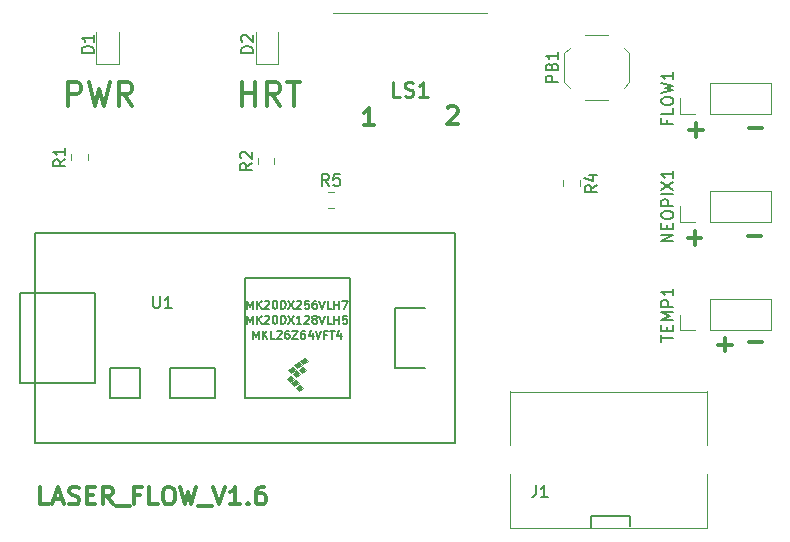
<source format=gbr>
G04 #@! TF.GenerationSoftware,KiCad,Pcbnew,(5.1.4-0-10_14)*
G04 #@! TF.CreationDate,2020-04-29T09:01:47-04:00*
G04 #@! TF.ProjectId,laser_flow,6c617365-725f-4666-9c6f-772e6b696361,rev?*
G04 #@! TF.SameCoordinates,Original*
G04 #@! TF.FileFunction,Legend,Top*
G04 #@! TF.FilePolarity,Positive*
%FSLAX46Y46*%
G04 Gerber Fmt 4.6, Leading zero omitted, Abs format (unit mm)*
G04 Created by KiCad (PCBNEW (5.1.4-0-10_14)) date 2020-04-29 09:01:47*
%MOMM*%
%LPD*%
G04 APERTURE LIST*
%ADD10C,0.300000*%
%ADD11C,0.120000*%
%ADD12C,0.100000*%
%ADD13C,0.150000*%
%ADD14C,0.254000*%
G04 APERTURE END LIST*
D10*
X128971428Y-85721428D02*
X129042857Y-85650000D01*
X129185714Y-85578571D01*
X129542857Y-85578571D01*
X129685714Y-85650000D01*
X129757142Y-85721428D01*
X129828571Y-85864285D01*
X129828571Y-86007142D01*
X129757142Y-86221428D01*
X128900000Y-87078571D01*
X129828571Y-87078571D01*
X149428571Y-87557142D02*
X150571428Y-87557142D01*
X150000000Y-88128571D02*
X150000000Y-86985714D01*
X154478571Y-87407142D02*
X155621428Y-87407142D01*
X149328571Y-96707142D02*
X150471428Y-96707142D01*
X149900000Y-97278571D02*
X149900000Y-96135714D01*
X154378571Y-96557142D02*
X155521428Y-96557142D01*
X154478571Y-105507142D02*
X155621428Y-105507142D01*
X151878571Y-105757142D02*
X153021428Y-105757142D01*
X152450000Y-106328571D02*
X152450000Y-105185714D01*
X95214285Y-119278571D02*
X94500000Y-119278571D01*
X94500000Y-117778571D01*
X95642857Y-118850000D02*
X96357142Y-118850000D01*
X95500000Y-119278571D02*
X96000000Y-117778571D01*
X96500000Y-119278571D01*
X96928571Y-119207142D02*
X97142857Y-119278571D01*
X97500000Y-119278571D01*
X97642857Y-119207142D01*
X97714285Y-119135714D01*
X97785714Y-118992857D01*
X97785714Y-118850000D01*
X97714285Y-118707142D01*
X97642857Y-118635714D01*
X97500000Y-118564285D01*
X97214285Y-118492857D01*
X97071428Y-118421428D01*
X97000000Y-118350000D01*
X96928571Y-118207142D01*
X96928571Y-118064285D01*
X97000000Y-117921428D01*
X97071428Y-117850000D01*
X97214285Y-117778571D01*
X97571428Y-117778571D01*
X97785714Y-117850000D01*
X98428571Y-118492857D02*
X98928571Y-118492857D01*
X99142857Y-119278571D02*
X98428571Y-119278571D01*
X98428571Y-117778571D01*
X99142857Y-117778571D01*
X100642857Y-119278571D02*
X100142857Y-118564285D01*
X99785714Y-119278571D02*
X99785714Y-117778571D01*
X100357142Y-117778571D01*
X100500000Y-117850000D01*
X100571428Y-117921428D01*
X100642857Y-118064285D01*
X100642857Y-118278571D01*
X100571428Y-118421428D01*
X100500000Y-118492857D01*
X100357142Y-118564285D01*
X99785714Y-118564285D01*
X100928571Y-119421428D02*
X102071428Y-119421428D01*
X102928571Y-118492857D02*
X102428571Y-118492857D01*
X102428571Y-119278571D02*
X102428571Y-117778571D01*
X103142857Y-117778571D01*
X104428571Y-119278571D02*
X103714285Y-119278571D01*
X103714285Y-117778571D01*
X105214285Y-117778571D02*
X105500000Y-117778571D01*
X105642857Y-117850000D01*
X105785714Y-117992857D01*
X105857142Y-118278571D01*
X105857142Y-118778571D01*
X105785714Y-119064285D01*
X105642857Y-119207142D01*
X105500000Y-119278571D01*
X105214285Y-119278571D01*
X105071428Y-119207142D01*
X104928571Y-119064285D01*
X104857142Y-118778571D01*
X104857142Y-118278571D01*
X104928571Y-117992857D01*
X105071428Y-117850000D01*
X105214285Y-117778571D01*
X106357142Y-117778571D02*
X106714285Y-119278571D01*
X107000000Y-118207142D01*
X107285714Y-119278571D01*
X107642857Y-117778571D01*
X107857142Y-119421428D02*
X109000000Y-119421428D01*
X109142857Y-117778571D02*
X109642857Y-119278571D01*
X110142857Y-117778571D01*
X111428571Y-119278571D02*
X110571428Y-119278571D01*
X111000000Y-119278571D02*
X111000000Y-117778571D01*
X110857142Y-117992857D01*
X110714285Y-118135714D01*
X110571428Y-118207142D01*
X112071428Y-119135714D02*
X112142857Y-119207142D01*
X112071428Y-119278571D01*
X112000000Y-119207142D01*
X112071428Y-119135714D01*
X112071428Y-119278571D01*
X113428571Y-117778571D02*
X113142857Y-117778571D01*
X113000000Y-117850000D01*
X112928571Y-117921428D01*
X112785714Y-118135714D01*
X112714285Y-118421428D01*
X112714285Y-118992857D01*
X112785714Y-119135714D01*
X112857142Y-119207142D01*
X113000000Y-119278571D01*
X113285714Y-119278571D01*
X113428571Y-119207142D01*
X113500000Y-119135714D01*
X113571428Y-118992857D01*
X113571428Y-118635714D01*
X113500000Y-118492857D01*
X113428571Y-118421428D01*
X113285714Y-118350000D01*
X113000000Y-118350000D01*
X112857142Y-118421428D01*
X112785714Y-118492857D01*
X112714285Y-118635714D01*
X122728571Y-87178571D02*
X121871428Y-87178571D01*
X122300000Y-87178571D02*
X122300000Y-85678571D01*
X122157142Y-85892857D01*
X122014285Y-86035714D01*
X121871428Y-86107142D01*
X111566666Y-85504761D02*
X111566666Y-83504761D01*
X111566666Y-84457142D02*
X112709523Y-84457142D01*
X112709523Y-85504761D02*
X112709523Y-83504761D01*
X114804761Y-85504761D02*
X114138095Y-84552380D01*
X113661904Y-85504761D02*
X113661904Y-83504761D01*
X114423809Y-83504761D01*
X114614285Y-83600000D01*
X114709523Y-83695238D01*
X114804761Y-83885714D01*
X114804761Y-84171428D01*
X114709523Y-84361904D01*
X114614285Y-84457142D01*
X114423809Y-84552380D01*
X113661904Y-84552380D01*
X115376190Y-83504761D02*
X116519047Y-83504761D01*
X115947619Y-85504761D02*
X115947619Y-83504761D01*
X96833333Y-85504761D02*
X96833333Y-83504761D01*
X97595238Y-83504761D01*
X97785714Y-83600000D01*
X97880952Y-83695238D01*
X97976190Y-83885714D01*
X97976190Y-84171428D01*
X97880952Y-84361904D01*
X97785714Y-84457142D01*
X97595238Y-84552380D01*
X96833333Y-84552380D01*
X98642857Y-83504761D02*
X99119047Y-85504761D01*
X99500000Y-84076190D01*
X99880952Y-85504761D01*
X100357142Y-83504761D01*
X102261904Y-85504761D02*
X101595238Y-84552380D01*
X101119047Y-85504761D02*
X101119047Y-83504761D01*
X101880952Y-83504761D01*
X102071428Y-83600000D01*
X102166666Y-83695238D01*
X102261904Y-83885714D01*
X102261904Y-84171428D01*
X102166666Y-84361904D01*
X102071428Y-84457142D01*
X101880952Y-84552380D01*
X101119047Y-84552380D01*
D11*
X114310000Y-90458578D02*
X114310000Y-89941422D01*
X112890000Y-90458578D02*
X112890000Y-89941422D01*
X114660000Y-81985000D02*
X114660000Y-79300000D01*
X112740000Y-81985000D02*
X114660000Y-81985000D01*
X112740000Y-79300000D02*
X112740000Y-81985000D01*
D12*
X119300000Y-77700000D02*
X132300000Y-77700000D01*
D13*
X141133600Y-120224400D02*
X141133600Y-121291200D01*
X144384800Y-120224400D02*
X141133600Y-120224400D01*
X144384800Y-121138800D02*
X144384800Y-120224400D01*
D11*
X150938000Y-121291200D02*
X150930800Y-116725600D01*
X134290800Y-121283000D02*
X134290800Y-116725600D01*
X134290800Y-121283000D02*
X150930800Y-121283000D01*
X150938000Y-109708800D02*
X150930800Y-114225600D01*
X134275600Y-109708800D02*
X134290800Y-114225600D01*
X134290800Y-109771800D02*
X150930800Y-109771800D01*
X99240000Y-79300000D02*
X99240000Y-81985000D01*
X99240000Y-81985000D02*
X101160000Y-81985000D01*
X101160000Y-81985000D02*
X101160000Y-79300000D01*
X156370000Y-86230000D02*
X156370000Y-83570000D01*
X151230000Y-86230000D02*
X156370000Y-86230000D01*
X151230000Y-83570000D02*
X156370000Y-83570000D01*
X151230000Y-86230000D02*
X151230000Y-83570000D01*
X149960000Y-86230000D02*
X148630000Y-86230000D01*
X148630000Y-86230000D02*
X148630000Y-84900000D01*
X156370000Y-95380000D02*
X156370000Y-92720000D01*
X151230000Y-95380000D02*
X156370000Y-95380000D01*
X151230000Y-92720000D02*
X156370000Y-92720000D01*
X151230000Y-95380000D02*
X151230000Y-92720000D01*
X149960000Y-95380000D02*
X148630000Y-95380000D01*
X148630000Y-95380000D02*
X148630000Y-94050000D01*
X143900000Y-84000000D02*
X144350000Y-83550000D01*
X143900000Y-80600000D02*
X144350000Y-81050000D01*
X139300000Y-80600000D02*
X138850000Y-81050000D01*
X139300000Y-84000000D02*
X138850000Y-83550000D01*
X140600000Y-79550000D02*
X142600000Y-79550000D01*
X144350000Y-83550000D02*
X144350000Y-81050000D01*
X140600000Y-85050000D02*
X142600000Y-85050000D01*
X138850000Y-83550000D02*
X138850000Y-81050000D01*
X98510000Y-90158578D02*
X98510000Y-89641422D01*
X97090000Y-90158578D02*
X97090000Y-89641422D01*
X140210000Y-91841422D02*
X140210000Y-92358578D01*
X138790000Y-91841422D02*
X138790000Y-92358578D01*
X118841422Y-92790000D02*
X119358578Y-92790000D01*
X118841422Y-94210000D02*
X119358578Y-94210000D01*
X148630000Y-104530000D02*
X148630000Y-103200000D01*
X149960000Y-104530000D02*
X148630000Y-104530000D01*
X151230000Y-104530000D02*
X151230000Y-101870000D01*
X151230000Y-101870000D02*
X156370000Y-101870000D01*
X151230000Y-104530000D02*
X156370000Y-104530000D01*
X156370000Y-104530000D02*
X156370000Y-101870000D01*
D13*
X94020000Y-109010000D02*
X92750000Y-109010000D01*
X92750000Y-109010000D02*
X92750000Y-101390000D01*
X92750000Y-101390000D02*
X94020000Y-101390000D01*
X105450000Y-110280000D02*
X109260000Y-110280000D01*
X109260000Y-110280000D02*
X109260000Y-107740000D01*
X109260000Y-107740000D02*
X105450000Y-107740000D01*
X105450000Y-107740000D02*
X105450000Y-110280000D01*
X99100000Y-109010000D02*
X99100000Y-101390000D01*
X99100000Y-101390000D02*
X94020000Y-101390000D01*
X99100000Y-109010000D02*
X94020000Y-109010000D01*
X100370000Y-110280000D02*
X102910000Y-110280000D01*
X102910000Y-110280000D02*
X102910000Y-107740000D01*
X102910000Y-107740000D02*
X100370000Y-107740000D01*
X100370000Y-107740000D02*
X100370000Y-110280000D01*
X127040000Y-107740000D02*
X124500000Y-107740000D01*
X124500000Y-107740000D02*
X124500000Y-102660000D01*
X124500000Y-102660000D02*
X127040000Y-102660000D01*
X120690000Y-110280000D02*
X120690000Y-100120000D01*
X111800000Y-100120000D02*
X111800000Y-110280000D01*
X120690000Y-100120000D02*
X111800000Y-100120000D01*
X120690000Y-110280000D02*
X111800000Y-110280000D01*
X94020000Y-96310000D02*
X129580000Y-96310000D01*
X129580000Y-96310000D02*
X129580000Y-114090000D01*
X129580000Y-114090000D02*
X94020000Y-114090000D01*
X94020000Y-114090000D02*
X94020000Y-96310000D01*
D12*
G36*
X115737000Y-108121000D02*
G01*
X115483000Y-107867000D01*
X115864000Y-107613000D01*
X116118000Y-107867000D01*
X115737000Y-108121000D01*
G37*
X115737000Y-108121000D02*
X115483000Y-107867000D01*
X115864000Y-107613000D01*
X116118000Y-107867000D01*
X115737000Y-108121000D01*
G36*
X116118000Y-108502000D02*
G01*
X115864000Y-108248000D01*
X116245000Y-107994000D01*
X116499000Y-108248000D01*
X116118000Y-108502000D01*
G37*
X116118000Y-108502000D02*
X115864000Y-108248000D01*
X116245000Y-107994000D01*
X116499000Y-108248000D01*
X116118000Y-108502000D01*
G36*
X116753000Y-107359000D02*
G01*
X116499000Y-107105000D01*
X116880000Y-106851000D01*
X117134000Y-107105000D01*
X116753000Y-107359000D01*
G37*
X116753000Y-107359000D02*
X116499000Y-107105000D01*
X116880000Y-106851000D01*
X117134000Y-107105000D01*
X116753000Y-107359000D01*
G36*
X115991000Y-109264000D02*
G01*
X115737000Y-109010000D01*
X116118000Y-108756000D01*
X116372000Y-109010000D01*
X115991000Y-109264000D01*
G37*
X115991000Y-109264000D02*
X115737000Y-109010000D01*
X116118000Y-108756000D01*
X116372000Y-109010000D01*
X115991000Y-109264000D01*
G36*
X116245000Y-107740000D02*
G01*
X115991000Y-107486000D01*
X116372000Y-107232000D01*
X116626000Y-107486000D01*
X116245000Y-107740000D01*
G37*
X116245000Y-107740000D02*
X115991000Y-107486000D01*
X116372000Y-107232000D01*
X116626000Y-107486000D01*
X116245000Y-107740000D01*
G36*
X116372000Y-109645000D02*
G01*
X116118000Y-109391000D01*
X116499000Y-109137000D01*
X116753000Y-109391000D01*
X116372000Y-109645000D01*
G37*
X116372000Y-109645000D02*
X116118000Y-109391000D01*
X116499000Y-109137000D01*
X116753000Y-109391000D01*
X116372000Y-109645000D01*
G36*
X115610000Y-108883000D02*
G01*
X115356000Y-108629000D01*
X115737000Y-108375000D01*
X115991000Y-108629000D01*
X115610000Y-108883000D01*
G37*
X115610000Y-108883000D02*
X115356000Y-108629000D01*
X115737000Y-108375000D01*
X115991000Y-108629000D01*
X115610000Y-108883000D01*
G36*
X116626000Y-108121000D02*
G01*
X116372000Y-107867000D01*
X116753000Y-107613000D01*
X117007000Y-107867000D01*
X116626000Y-108121000D01*
G37*
X116626000Y-108121000D02*
X116372000Y-107867000D01*
X116753000Y-107613000D01*
X117007000Y-107867000D01*
X116626000Y-108121000D01*
D13*
X112402380Y-90366666D02*
X111926190Y-90700000D01*
X112402380Y-90938095D02*
X111402380Y-90938095D01*
X111402380Y-90557142D01*
X111450000Y-90461904D01*
X111497619Y-90414285D01*
X111592857Y-90366666D01*
X111735714Y-90366666D01*
X111830952Y-90414285D01*
X111878571Y-90461904D01*
X111926190Y-90557142D01*
X111926190Y-90938095D01*
X111497619Y-89985714D02*
X111450000Y-89938095D01*
X111402380Y-89842857D01*
X111402380Y-89604761D01*
X111450000Y-89509523D01*
X111497619Y-89461904D01*
X111592857Y-89414285D01*
X111688095Y-89414285D01*
X111830952Y-89461904D01*
X112402380Y-90033333D01*
X112402380Y-89414285D01*
X112502380Y-81038095D02*
X111502380Y-81038095D01*
X111502380Y-80800000D01*
X111550000Y-80657142D01*
X111645238Y-80561904D01*
X111740476Y-80514285D01*
X111930952Y-80466666D01*
X112073809Y-80466666D01*
X112264285Y-80514285D01*
X112359523Y-80561904D01*
X112454761Y-80657142D01*
X112502380Y-80800000D01*
X112502380Y-81038095D01*
X111597619Y-80085714D02*
X111550000Y-80038095D01*
X111502380Y-79942857D01*
X111502380Y-79704761D01*
X111550000Y-79609523D01*
X111597619Y-79561904D01*
X111692857Y-79514285D01*
X111788095Y-79514285D01*
X111930952Y-79561904D01*
X112502380Y-80133333D01*
X112502380Y-79514285D01*
D14*
X124983571Y-84774523D02*
X124378809Y-84774523D01*
X124378809Y-83504523D01*
X125346428Y-84714047D02*
X125527857Y-84774523D01*
X125830238Y-84774523D01*
X125951190Y-84714047D01*
X126011666Y-84653571D01*
X126072142Y-84532619D01*
X126072142Y-84411666D01*
X126011666Y-84290714D01*
X125951190Y-84230238D01*
X125830238Y-84169761D01*
X125588333Y-84109285D01*
X125467380Y-84048809D01*
X125406904Y-83988333D01*
X125346428Y-83867380D01*
X125346428Y-83746428D01*
X125406904Y-83625476D01*
X125467380Y-83565000D01*
X125588333Y-83504523D01*
X125890714Y-83504523D01*
X126072142Y-83565000D01*
X127281666Y-84774523D02*
X126555952Y-84774523D01*
X126918809Y-84774523D02*
X126918809Y-83504523D01*
X126797857Y-83685952D01*
X126676904Y-83806904D01*
X126555952Y-83867380D01*
D13*
X136466666Y-117648780D02*
X136466666Y-118363066D01*
X136419047Y-118505923D01*
X136323809Y-118601161D01*
X136180952Y-118648780D01*
X136085714Y-118648780D01*
X137466666Y-118648780D02*
X136895238Y-118648780D01*
X137180952Y-118648780D02*
X137180952Y-117648780D01*
X137085714Y-117791638D01*
X136990476Y-117886876D01*
X136895238Y-117934495D01*
X99002380Y-81038095D02*
X98002380Y-81038095D01*
X98002380Y-80800000D01*
X98050000Y-80657142D01*
X98145238Y-80561904D01*
X98240476Y-80514285D01*
X98430952Y-80466666D01*
X98573809Y-80466666D01*
X98764285Y-80514285D01*
X98859523Y-80561904D01*
X98954761Y-80657142D01*
X99002380Y-80800000D01*
X99002380Y-81038095D01*
X99002380Y-79514285D02*
X99002380Y-80085714D01*
X99002380Y-79800000D02*
X98002380Y-79800000D01*
X98145238Y-79895238D01*
X98240476Y-79990476D01*
X98288095Y-80085714D01*
X147558571Y-86733333D02*
X147558571Y-87066666D01*
X148082380Y-87066666D02*
X147082380Y-87066666D01*
X147082380Y-86590476D01*
X148082380Y-85733333D02*
X148082380Y-86209523D01*
X147082380Y-86209523D01*
X147082380Y-85209523D02*
X147082380Y-85019047D01*
X147130000Y-84923809D01*
X147225238Y-84828571D01*
X147415714Y-84780952D01*
X147749047Y-84780952D01*
X147939523Y-84828571D01*
X148034761Y-84923809D01*
X148082380Y-85019047D01*
X148082380Y-85209523D01*
X148034761Y-85304761D01*
X147939523Y-85400000D01*
X147749047Y-85447619D01*
X147415714Y-85447619D01*
X147225238Y-85400000D01*
X147130000Y-85304761D01*
X147082380Y-85209523D01*
X147082380Y-84447619D02*
X148082380Y-84209523D01*
X147368095Y-84019047D01*
X148082380Y-83828571D01*
X147082380Y-83590476D01*
X148082380Y-82685714D02*
X148082380Y-83257142D01*
X148082380Y-82971428D02*
X147082380Y-82971428D01*
X147225238Y-83066666D01*
X147320476Y-83161904D01*
X147368095Y-83257142D01*
X148082380Y-97002380D02*
X147082380Y-97002380D01*
X148082380Y-96430952D01*
X147082380Y-96430952D01*
X147558571Y-95954761D02*
X147558571Y-95621428D01*
X148082380Y-95478571D02*
X148082380Y-95954761D01*
X147082380Y-95954761D01*
X147082380Y-95478571D01*
X147082380Y-94859523D02*
X147082380Y-94669047D01*
X147130000Y-94573809D01*
X147225238Y-94478571D01*
X147415714Y-94430952D01*
X147749047Y-94430952D01*
X147939523Y-94478571D01*
X148034761Y-94573809D01*
X148082380Y-94669047D01*
X148082380Y-94859523D01*
X148034761Y-94954761D01*
X147939523Y-95050000D01*
X147749047Y-95097619D01*
X147415714Y-95097619D01*
X147225238Y-95050000D01*
X147130000Y-94954761D01*
X147082380Y-94859523D01*
X148082380Y-94002380D02*
X147082380Y-94002380D01*
X147082380Y-93621428D01*
X147130000Y-93526190D01*
X147177619Y-93478571D01*
X147272857Y-93430952D01*
X147415714Y-93430952D01*
X147510952Y-93478571D01*
X147558571Y-93526190D01*
X147606190Y-93621428D01*
X147606190Y-94002380D01*
X148082380Y-93002380D02*
X147082380Y-93002380D01*
X147082380Y-92621428D02*
X148082380Y-91954761D01*
X147082380Y-91954761D02*
X148082380Y-92621428D01*
X148082380Y-91050000D02*
X148082380Y-91621428D01*
X148082380Y-91335714D02*
X147082380Y-91335714D01*
X147225238Y-91430952D01*
X147320476Y-91526190D01*
X147368095Y-91621428D01*
X138302380Y-83538095D02*
X137302380Y-83538095D01*
X137302380Y-83157142D01*
X137350000Y-83061904D01*
X137397619Y-83014285D01*
X137492857Y-82966666D01*
X137635714Y-82966666D01*
X137730952Y-83014285D01*
X137778571Y-83061904D01*
X137826190Y-83157142D01*
X137826190Y-83538095D01*
X137778571Y-82204761D02*
X137826190Y-82061904D01*
X137873809Y-82014285D01*
X137969047Y-81966666D01*
X138111904Y-81966666D01*
X138207142Y-82014285D01*
X138254761Y-82061904D01*
X138302380Y-82157142D01*
X138302380Y-82538095D01*
X137302380Y-82538095D01*
X137302380Y-82204761D01*
X137350000Y-82109523D01*
X137397619Y-82061904D01*
X137492857Y-82014285D01*
X137588095Y-82014285D01*
X137683333Y-82061904D01*
X137730952Y-82109523D01*
X137778571Y-82204761D01*
X137778571Y-82538095D01*
X138302380Y-81014285D02*
X138302380Y-81585714D01*
X138302380Y-81300000D02*
X137302380Y-81300000D01*
X137445238Y-81395238D01*
X137540476Y-81490476D01*
X137588095Y-81585714D01*
X96602380Y-90066666D02*
X96126190Y-90400000D01*
X96602380Y-90638095D02*
X95602380Y-90638095D01*
X95602380Y-90257142D01*
X95650000Y-90161904D01*
X95697619Y-90114285D01*
X95792857Y-90066666D01*
X95935714Y-90066666D01*
X96030952Y-90114285D01*
X96078571Y-90161904D01*
X96126190Y-90257142D01*
X96126190Y-90638095D01*
X96602380Y-89114285D02*
X96602380Y-89685714D01*
X96602380Y-89400000D02*
X95602380Y-89400000D01*
X95745238Y-89495238D01*
X95840476Y-89590476D01*
X95888095Y-89685714D01*
X141602380Y-92266666D02*
X141126190Y-92600000D01*
X141602380Y-92838095D02*
X140602380Y-92838095D01*
X140602380Y-92457142D01*
X140650000Y-92361904D01*
X140697619Y-92314285D01*
X140792857Y-92266666D01*
X140935714Y-92266666D01*
X141030952Y-92314285D01*
X141078571Y-92361904D01*
X141126190Y-92457142D01*
X141126190Y-92838095D01*
X140935714Y-91409523D02*
X141602380Y-91409523D01*
X140554761Y-91647619D02*
X141269047Y-91885714D01*
X141269047Y-91266666D01*
X118933333Y-92302380D02*
X118600000Y-91826190D01*
X118361904Y-92302380D02*
X118361904Y-91302380D01*
X118742857Y-91302380D01*
X118838095Y-91350000D01*
X118885714Y-91397619D01*
X118933333Y-91492857D01*
X118933333Y-91635714D01*
X118885714Y-91730952D01*
X118838095Y-91778571D01*
X118742857Y-91826190D01*
X118361904Y-91826190D01*
X119838095Y-91302380D02*
X119361904Y-91302380D01*
X119314285Y-91778571D01*
X119361904Y-91730952D01*
X119457142Y-91683333D01*
X119695238Y-91683333D01*
X119790476Y-91730952D01*
X119838095Y-91778571D01*
X119885714Y-91873809D01*
X119885714Y-92111904D01*
X119838095Y-92207142D01*
X119790476Y-92254761D01*
X119695238Y-92302380D01*
X119457142Y-92302380D01*
X119361904Y-92254761D01*
X119314285Y-92207142D01*
X147082380Y-105485714D02*
X147082380Y-104914285D01*
X148082380Y-105200000D02*
X147082380Y-105200000D01*
X147558571Y-104580952D02*
X147558571Y-104247619D01*
X148082380Y-104104761D02*
X148082380Y-104580952D01*
X147082380Y-104580952D01*
X147082380Y-104104761D01*
X148082380Y-103676190D02*
X147082380Y-103676190D01*
X147796666Y-103342857D01*
X147082380Y-103009523D01*
X148082380Y-103009523D01*
X148082380Y-102533333D02*
X147082380Y-102533333D01*
X147082380Y-102152380D01*
X147130000Y-102057142D01*
X147177619Y-102009523D01*
X147272857Y-101961904D01*
X147415714Y-101961904D01*
X147510952Y-102009523D01*
X147558571Y-102057142D01*
X147606190Y-102152380D01*
X147606190Y-102533333D01*
X148082380Y-101009523D02*
X148082380Y-101580952D01*
X148082380Y-101295238D02*
X147082380Y-101295238D01*
X147225238Y-101390476D01*
X147320476Y-101485714D01*
X147368095Y-101580952D01*
X104038095Y-101652380D02*
X104038095Y-102461904D01*
X104085714Y-102557142D01*
X104133333Y-102604761D01*
X104228571Y-102652380D01*
X104419047Y-102652380D01*
X104514285Y-102604761D01*
X104561904Y-102557142D01*
X104609523Y-102461904D01*
X104609523Y-101652380D01*
X105609523Y-102652380D02*
X105038095Y-102652380D01*
X105323809Y-102652380D02*
X105323809Y-101652380D01*
X105228571Y-101795238D01*
X105133333Y-101890476D01*
X105038095Y-101938095D01*
X112028333Y-102722666D02*
X112028333Y-102022666D01*
X112261666Y-102522666D01*
X112495000Y-102022666D01*
X112495000Y-102722666D01*
X112828333Y-102722666D02*
X112828333Y-102022666D01*
X113228333Y-102722666D02*
X112928333Y-102322666D01*
X113228333Y-102022666D02*
X112828333Y-102422666D01*
X113495000Y-102089333D02*
X113528333Y-102056000D01*
X113595000Y-102022666D01*
X113761666Y-102022666D01*
X113828333Y-102056000D01*
X113861666Y-102089333D01*
X113895000Y-102156000D01*
X113895000Y-102222666D01*
X113861666Y-102322666D01*
X113461666Y-102722666D01*
X113895000Y-102722666D01*
X114328333Y-102022666D02*
X114395000Y-102022666D01*
X114461666Y-102056000D01*
X114495000Y-102089333D01*
X114528333Y-102156000D01*
X114561666Y-102289333D01*
X114561666Y-102456000D01*
X114528333Y-102589333D01*
X114495000Y-102656000D01*
X114461666Y-102689333D01*
X114395000Y-102722666D01*
X114328333Y-102722666D01*
X114261666Y-102689333D01*
X114228333Y-102656000D01*
X114195000Y-102589333D01*
X114161666Y-102456000D01*
X114161666Y-102289333D01*
X114195000Y-102156000D01*
X114228333Y-102089333D01*
X114261666Y-102056000D01*
X114328333Y-102022666D01*
X114861666Y-102722666D02*
X114861666Y-102022666D01*
X115028333Y-102022666D01*
X115128333Y-102056000D01*
X115195000Y-102122666D01*
X115228333Y-102189333D01*
X115261666Y-102322666D01*
X115261666Y-102422666D01*
X115228333Y-102556000D01*
X115195000Y-102622666D01*
X115128333Y-102689333D01*
X115028333Y-102722666D01*
X114861666Y-102722666D01*
X115495000Y-102022666D02*
X115961666Y-102722666D01*
X115961666Y-102022666D02*
X115495000Y-102722666D01*
X116195000Y-102089333D02*
X116228333Y-102056000D01*
X116295000Y-102022666D01*
X116461666Y-102022666D01*
X116528333Y-102056000D01*
X116561666Y-102089333D01*
X116595000Y-102156000D01*
X116595000Y-102222666D01*
X116561666Y-102322666D01*
X116161666Y-102722666D01*
X116595000Y-102722666D01*
X117228333Y-102022666D02*
X116895000Y-102022666D01*
X116861666Y-102356000D01*
X116895000Y-102322666D01*
X116961666Y-102289333D01*
X117128333Y-102289333D01*
X117195000Y-102322666D01*
X117228333Y-102356000D01*
X117261666Y-102422666D01*
X117261666Y-102589333D01*
X117228333Y-102656000D01*
X117195000Y-102689333D01*
X117128333Y-102722666D01*
X116961666Y-102722666D01*
X116895000Y-102689333D01*
X116861666Y-102656000D01*
X117861666Y-102022666D02*
X117728333Y-102022666D01*
X117661666Y-102056000D01*
X117628333Y-102089333D01*
X117561666Y-102189333D01*
X117528333Y-102322666D01*
X117528333Y-102589333D01*
X117561666Y-102656000D01*
X117595000Y-102689333D01*
X117661666Y-102722666D01*
X117795000Y-102722666D01*
X117861666Y-102689333D01*
X117895000Y-102656000D01*
X117928333Y-102589333D01*
X117928333Y-102422666D01*
X117895000Y-102356000D01*
X117861666Y-102322666D01*
X117795000Y-102289333D01*
X117661666Y-102289333D01*
X117595000Y-102322666D01*
X117561666Y-102356000D01*
X117528333Y-102422666D01*
X118128333Y-102022666D02*
X118361666Y-102722666D01*
X118595000Y-102022666D01*
X119161666Y-102722666D02*
X118828333Y-102722666D01*
X118828333Y-102022666D01*
X119395000Y-102722666D02*
X119395000Y-102022666D01*
X119395000Y-102356000D02*
X119795000Y-102356000D01*
X119795000Y-102722666D02*
X119795000Y-102022666D01*
X120061666Y-102022666D02*
X120528333Y-102022666D01*
X120228333Y-102722666D01*
X112511666Y-105262666D02*
X112511666Y-104562666D01*
X112745000Y-105062666D01*
X112978333Y-104562666D01*
X112978333Y-105262666D01*
X113311666Y-105262666D02*
X113311666Y-104562666D01*
X113711666Y-105262666D02*
X113411666Y-104862666D01*
X113711666Y-104562666D02*
X113311666Y-104962666D01*
X114345000Y-105262666D02*
X114011666Y-105262666D01*
X114011666Y-104562666D01*
X114545000Y-104629333D02*
X114578333Y-104596000D01*
X114645000Y-104562666D01*
X114811666Y-104562666D01*
X114878333Y-104596000D01*
X114911666Y-104629333D01*
X114945000Y-104696000D01*
X114945000Y-104762666D01*
X114911666Y-104862666D01*
X114511666Y-105262666D01*
X114945000Y-105262666D01*
X115545000Y-104562666D02*
X115411666Y-104562666D01*
X115345000Y-104596000D01*
X115311666Y-104629333D01*
X115245000Y-104729333D01*
X115211666Y-104862666D01*
X115211666Y-105129333D01*
X115245000Y-105196000D01*
X115278333Y-105229333D01*
X115345000Y-105262666D01*
X115478333Y-105262666D01*
X115545000Y-105229333D01*
X115578333Y-105196000D01*
X115611666Y-105129333D01*
X115611666Y-104962666D01*
X115578333Y-104896000D01*
X115545000Y-104862666D01*
X115478333Y-104829333D01*
X115345000Y-104829333D01*
X115278333Y-104862666D01*
X115245000Y-104896000D01*
X115211666Y-104962666D01*
X115845000Y-104562666D02*
X116311666Y-104562666D01*
X115845000Y-105262666D01*
X116311666Y-105262666D01*
X116878333Y-104562666D02*
X116745000Y-104562666D01*
X116678333Y-104596000D01*
X116645000Y-104629333D01*
X116578333Y-104729333D01*
X116545000Y-104862666D01*
X116545000Y-105129333D01*
X116578333Y-105196000D01*
X116611666Y-105229333D01*
X116678333Y-105262666D01*
X116811666Y-105262666D01*
X116878333Y-105229333D01*
X116911666Y-105196000D01*
X116945000Y-105129333D01*
X116945000Y-104962666D01*
X116911666Y-104896000D01*
X116878333Y-104862666D01*
X116811666Y-104829333D01*
X116678333Y-104829333D01*
X116611666Y-104862666D01*
X116578333Y-104896000D01*
X116545000Y-104962666D01*
X117545000Y-104796000D02*
X117545000Y-105262666D01*
X117378333Y-104529333D02*
X117211666Y-105029333D01*
X117645000Y-105029333D01*
X117811666Y-104562666D02*
X118045000Y-105262666D01*
X118278333Y-104562666D01*
X118745000Y-104896000D02*
X118511666Y-104896000D01*
X118511666Y-105262666D02*
X118511666Y-104562666D01*
X118845000Y-104562666D01*
X119011666Y-104562666D02*
X119411666Y-104562666D01*
X119211666Y-105262666D02*
X119211666Y-104562666D01*
X119945000Y-104796000D02*
X119945000Y-105262666D01*
X119778333Y-104529333D02*
X119611666Y-105029333D01*
X120045000Y-105029333D01*
X112028333Y-103992666D02*
X112028333Y-103292666D01*
X112261666Y-103792666D01*
X112495000Y-103292666D01*
X112495000Y-103992666D01*
X112828333Y-103992666D02*
X112828333Y-103292666D01*
X113228333Y-103992666D02*
X112928333Y-103592666D01*
X113228333Y-103292666D02*
X112828333Y-103692666D01*
X113495000Y-103359333D02*
X113528333Y-103326000D01*
X113595000Y-103292666D01*
X113761666Y-103292666D01*
X113828333Y-103326000D01*
X113861666Y-103359333D01*
X113895000Y-103426000D01*
X113895000Y-103492666D01*
X113861666Y-103592666D01*
X113461666Y-103992666D01*
X113895000Y-103992666D01*
X114328333Y-103292666D02*
X114395000Y-103292666D01*
X114461666Y-103326000D01*
X114495000Y-103359333D01*
X114528333Y-103426000D01*
X114561666Y-103559333D01*
X114561666Y-103726000D01*
X114528333Y-103859333D01*
X114495000Y-103926000D01*
X114461666Y-103959333D01*
X114395000Y-103992666D01*
X114328333Y-103992666D01*
X114261666Y-103959333D01*
X114228333Y-103926000D01*
X114195000Y-103859333D01*
X114161666Y-103726000D01*
X114161666Y-103559333D01*
X114195000Y-103426000D01*
X114228333Y-103359333D01*
X114261666Y-103326000D01*
X114328333Y-103292666D01*
X114861666Y-103992666D02*
X114861666Y-103292666D01*
X115028333Y-103292666D01*
X115128333Y-103326000D01*
X115195000Y-103392666D01*
X115228333Y-103459333D01*
X115261666Y-103592666D01*
X115261666Y-103692666D01*
X115228333Y-103826000D01*
X115195000Y-103892666D01*
X115128333Y-103959333D01*
X115028333Y-103992666D01*
X114861666Y-103992666D01*
X115495000Y-103292666D02*
X115961666Y-103992666D01*
X115961666Y-103292666D02*
X115495000Y-103992666D01*
X116595000Y-103992666D02*
X116195000Y-103992666D01*
X116395000Y-103992666D02*
X116395000Y-103292666D01*
X116328333Y-103392666D01*
X116261666Y-103459333D01*
X116195000Y-103492666D01*
X116861666Y-103359333D02*
X116895000Y-103326000D01*
X116961666Y-103292666D01*
X117128333Y-103292666D01*
X117195000Y-103326000D01*
X117228333Y-103359333D01*
X117261666Y-103426000D01*
X117261666Y-103492666D01*
X117228333Y-103592666D01*
X116828333Y-103992666D01*
X117261666Y-103992666D01*
X117661666Y-103592666D02*
X117595000Y-103559333D01*
X117561666Y-103526000D01*
X117528333Y-103459333D01*
X117528333Y-103426000D01*
X117561666Y-103359333D01*
X117595000Y-103326000D01*
X117661666Y-103292666D01*
X117795000Y-103292666D01*
X117861666Y-103326000D01*
X117895000Y-103359333D01*
X117928333Y-103426000D01*
X117928333Y-103459333D01*
X117895000Y-103526000D01*
X117861666Y-103559333D01*
X117795000Y-103592666D01*
X117661666Y-103592666D01*
X117595000Y-103626000D01*
X117561666Y-103659333D01*
X117528333Y-103726000D01*
X117528333Y-103859333D01*
X117561666Y-103926000D01*
X117595000Y-103959333D01*
X117661666Y-103992666D01*
X117795000Y-103992666D01*
X117861666Y-103959333D01*
X117895000Y-103926000D01*
X117928333Y-103859333D01*
X117928333Y-103726000D01*
X117895000Y-103659333D01*
X117861666Y-103626000D01*
X117795000Y-103592666D01*
X118128333Y-103292666D02*
X118361666Y-103992666D01*
X118595000Y-103292666D01*
X119161666Y-103992666D02*
X118828333Y-103992666D01*
X118828333Y-103292666D01*
X119395000Y-103992666D02*
X119395000Y-103292666D01*
X119395000Y-103626000D02*
X119795000Y-103626000D01*
X119795000Y-103992666D02*
X119795000Y-103292666D01*
X120461666Y-103292666D02*
X120128333Y-103292666D01*
X120095000Y-103626000D01*
X120128333Y-103592666D01*
X120195000Y-103559333D01*
X120361666Y-103559333D01*
X120428333Y-103592666D01*
X120461666Y-103626000D01*
X120495000Y-103692666D01*
X120495000Y-103859333D01*
X120461666Y-103926000D01*
X120428333Y-103959333D01*
X120361666Y-103992666D01*
X120195000Y-103992666D01*
X120128333Y-103959333D01*
X120095000Y-103926000D01*
M02*

</source>
